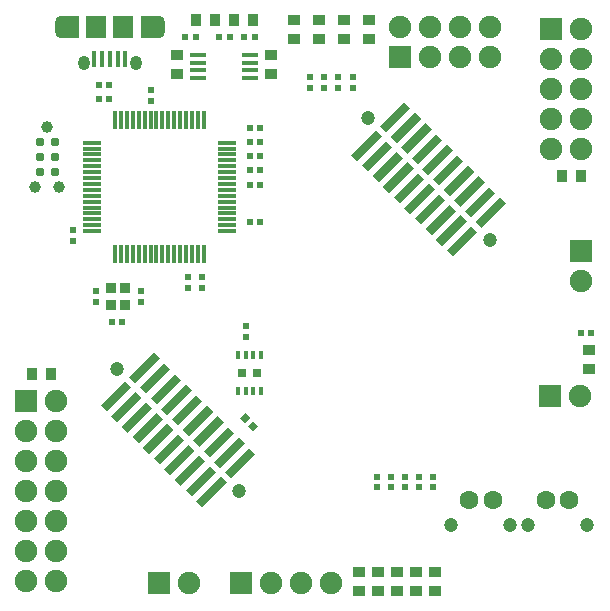
<source format=gts>
G04 #@! TF.FileFunction,Soldermask,Top*
%FSLAX46Y46*%
G04 Gerber Fmt 4.6, Leading zero omitted, Abs format (unit mm)*
G04 Created by KiCad (PCBNEW 4.1.0-alpha+201605071002+6776~44~ubuntu14.04.1-product) date Mon 30 May 2016 00:25:53 BST*
%MOMM*%
%LPD*%
G01*
G04 APERTURE LIST*
%ADD10C,0.100000*%
%ADD11R,1.000000X0.950000*%
%ADD12R,0.620000X0.620000*%
%ADD13R,1.900000X1.900000*%
%ADD14C,1.900000*%
%ADD15R,0.850000X0.950000*%
%ADD16C,0.787000*%
%ADD17C,1.000000*%
%ADD18R,0.400000X1.350000*%
%ADD19O,1.000000X1.250000*%
%ADD20R,1.800000X1.900000*%
%ADD21R,1.575000X1.900000*%
%ADD22O,1.000000X1.900000*%
%ADD23C,1.200000*%
%ADD24C,1.600000*%
%ADD25R,1.450000X0.450000*%
%ADD26R,0.350000X0.650000*%
%ADD27R,0.802000X0.802000*%
%ADD28R,0.300000X1.500000*%
%ADD29R,1.500000X0.300000*%
%ADD30R,0.950000X1.000000*%
G04 APERTURE END LIST*
D10*
D11*
X89286974Y-80404532D03*
X89286974Y-78804532D03*
D12*
X109800000Y-114550000D03*
X109800000Y-115450000D03*
D13*
X94690000Y-123500000D03*
D14*
X97230000Y-123500000D03*
X99770000Y-123500000D03*
X102310000Y-123500000D03*
D13*
X123500000Y-95430000D03*
D14*
X123500000Y-97970000D03*
D13*
X87730000Y-123500000D03*
D14*
X90270000Y-123500000D03*
D13*
X120830000Y-107700000D03*
D14*
X123370000Y-107700000D03*
D15*
X83725000Y-98575000D03*
X83725000Y-100025000D03*
X84875000Y-100025000D03*
X84875000Y-98575000D03*
D12*
X111000000Y-114550000D03*
X111000000Y-115450000D03*
X90000000Y-77300000D03*
X90900000Y-77300000D03*
X94950000Y-77300000D03*
X95850000Y-77300000D03*
X123450000Y-102400000D03*
X124350000Y-102400000D03*
X104150000Y-81600000D03*
X104150000Y-80700000D03*
X102950000Y-81600000D03*
X102950000Y-80700000D03*
X101750000Y-81600000D03*
X101750000Y-80700000D03*
X100550000Y-81600000D03*
X100550000Y-80700000D03*
X95450000Y-89800000D03*
X96350000Y-89800000D03*
X96350000Y-88600000D03*
X95450000Y-88600000D03*
D10*
G36*
X96156604Y-110218198D02*
X95718198Y-110656604D01*
X95279792Y-110218198D01*
X95718198Y-109779792D01*
X96156604Y-110218198D01*
X96156604Y-110218198D01*
G37*
G36*
X95520208Y-109581802D02*
X95081802Y-110020208D01*
X94643396Y-109581802D01*
X95081802Y-109143396D01*
X95520208Y-109581802D01*
X95520208Y-109581802D01*
G37*
D12*
X86200000Y-99750000D03*
X86200000Y-98850000D03*
X87050000Y-81800000D03*
X87050000Y-82700000D03*
X108600000Y-114550000D03*
X108600000Y-115450000D03*
X107400000Y-114550000D03*
X107400000Y-115450000D03*
X106200000Y-114550000D03*
X106200000Y-115450000D03*
D16*
X77660000Y-86230000D03*
X78930000Y-86230000D03*
X77660000Y-87500000D03*
X78930000Y-87500000D03*
X77660000Y-88770000D03*
X78930000Y-88770000D03*
D17*
X78295000Y-84960000D03*
X77279000Y-90040000D03*
X79311000Y-90040000D03*
D13*
X76480000Y-108130000D03*
D14*
X79020000Y-108130000D03*
X76480000Y-110670000D03*
X79020000Y-110670000D03*
X76480000Y-113210000D03*
X79020000Y-113210000D03*
X76480000Y-115750000D03*
X79020000Y-115750000D03*
X76480000Y-118290000D03*
X79020000Y-118290000D03*
X76480000Y-120830000D03*
X79020000Y-120830000D03*
X76480000Y-123370000D03*
X79020000Y-123370000D03*
D13*
X120980000Y-76670000D03*
D14*
X123520000Y-76670000D03*
X120980000Y-79210000D03*
X123520000Y-79210000D03*
X120980000Y-81750000D03*
X123520000Y-81750000D03*
X120980000Y-84290000D03*
X123520000Y-84290000D03*
X120980000Y-86830000D03*
X123520000Y-86830000D03*
D18*
X83600000Y-79175000D03*
X82950000Y-79175000D03*
X84250000Y-79175000D03*
X84900000Y-79175000D03*
X82300000Y-79175000D03*
D19*
X81375000Y-79500000D03*
X85825000Y-79500000D03*
D20*
X82450000Y-76500000D03*
X84750000Y-76500000D03*
D21*
X80212500Y-76500000D03*
D22*
X79425000Y-76500000D03*
D21*
X86987500Y-76500000D03*
D22*
X87775000Y-76500000D03*
D23*
X119000000Y-118600000D03*
X124000000Y-118600000D03*
D24*
X120500000Y-116500000D03*
X122500000Y-116500000D03*
D13*
X108190000Y-79020000D03*
D14*
X108190000Y-76480000D03*
X110730000Y-79020000D03*
X110730000Y-76480000D03*
X113270000Y-79020000D03*
X113270000Y-76480000D03*
X115810000Y-79020000D03*
X115810000Y-76480000D03*
D23*
X112500000Y-118600000D03*
X117500000Y-118600000D03*
D24*
X114000000Y-116500000D03*
X116000000Y-116500000D03*
D23*
X115750050Y-94505780D03*
X105419220Y-84174950D03*
D10*
G36*
X104036827Y-87282684D02*
X106101578Y-85217933D01*
X106624837Y-85741192D01*
X104560086Y-87805943D01*
X104036827Y-87282684D01*
X104036827Y-87282684D01*
G37*
G36*
X106462203Y-84857308D02*
X108526954Y-82792557D01*
X109050213Y-83315816D01*
X106985462Y-85380567D01*
X106462203Y-84857308D01*
X106462203Y-84857308D01*
G37*
G36*
X104934852Y-88180709D02*
X106999603Y-86115958D01*
X107522862Y-86639217D01*
X105458111Y-88703968D01*
X104934852Y-88180709D01*
X104934852Y-88180709D01*
G37*
G36*
X107360228Y-85755333D02*
X109424979Y-83690582D01*
X109948238Y-84213841D01*
X107883487Y-86278592D01*
X107360228Y-85755333D01*
X107360228Y-85755333D01*
G37*
G36*
X105832878Y-89078735D02*
X107897629Y-87013984D01*
X108420888Y-87537243D01*
X106356137Y-89601994D01*
X105832878Y-89078735D01*
X105832878Y-89078735D01*
G37*
G36*
X108258254Y-86653359D02*
X110323005Y-84588608D01*
X110846264Y-85111867D01*
X108781513Y-87176618D01*
X108258254Y-86653359D01*
X108258254Y-86653359D01*
G37*
G36*
X106730903Y-89976761D02*
X108795654Y-87912010D01*
X109318913Y-88435269D01*
X107254162Y-90500020D01*
X106730903Y-89976761D01*
X106730903Y-89976761D01*
G37*
G36*
X109156280Y-87551384D02*
X111221031Y-85486633D01*
X111744290Y-86009892D01*
X109679539Y-88074643D01*
X109156280Y-87551384D01*
X109156280Y-87551384D01*
G37*
G36*
X107628929Y-90874786D02*
X109693680Y-88810035D01*
X110216939Y-89333294D01*
X108152188Y-91398045D01*
X107628929Y-90874786D01*
X107628929Y-90874786D01*
G37*
G36*
X110054305Y-88449410D02*
X112119056Y-86384659D01*
X112642315Y-86907918D01*
X110577564Y-88972669D01*
X110054305Y-88449410D01*
X110054305Y-88449410D01*
G37*
G36*
X108526955Y-91772812D02*
X110591706Y-89708061D01*
X111114965Y-90231320D01*
X109050214Y-92296071D01*
X108526955Y-91772812D01*
X108526955Y-91772812D01*
G37*
G36*
X110952331Y-89347436D02*
X113017082Y-87282685D01*
X113540341Y-87805944D01*
X111475590Y-89870695D01*
X110952331Y-89347436D01*
X110952331Y-89347436D01*
G37*
G36*
X109424980Y-92670838D02*
X111489731Y-90606087D01*
X112012990Y-91129346D01*
X109948239Y-93194097D01*
X109424980Y-92670838D01*
X109424980Y-92670838D01*
G37*
G36*
X111850357Y-90245461D02*
X113915108Y-88180710D01*
X114438367Y-88703969D01*
X112373616Y-90768720D01*
X111850357Y-90245461D01*
X111850357Y-90245461D01*
G37*
G36*
X110323006Y-93568863D02*
X112387757Y-91504112D01*
X112911016Y-92027371D01*
X110846265Y-94092122D01*
X110323006Y-93568863D01*
X110323006Y-93568863D01*
G37*
G36*
X112748382Y-91143487D02*
X114813133Y-89078736D01*
X115336392Y-89601995D01*
X113271641Y-91666746D01*
X112748382Y-91143487D01*
X112748382Y-91143487D01*
G37*
G36*
X111221032Y-94466889D02*
X113285783Y-92402138D01*
X113809042Y-92925397D01*
X111744291Y-94990148D01*
X111221032Y-94466889D01*
X111221032Y-94466889D01*
G37*
G36*
X113646408Y-92041513D02*
X115711159Y-89976762D01*
X116234418Y-90500021D01*
X114169667Y-92564772D01*
X113646408Y-92041513D01*
X113646408Y-92041513D01*
G37*
G36*
X112119057Y-95364914D02*
X114183808Y-93300163D01*
X114707067Y-93823422D01*
X112642316Y-95888173D01*
X112119057Y-95364914D01*
X112119057Y-95364914D01*
G37*
G36*
X114544433Y-92939538D02*
X116609184Y-90874787D01*
X117132443Y-91398046D01*
X115067692Y-93462797D01*
X114544433Y-92939538D01*
X114544433Y-92939538D01*
G37*
D23*
X94536846Y-115718984D03*
X84206016Y-105388154D03*
D10*
G36*
X82823623Y-108495888D02*
X84888374Y-106431137D01*
X85411633Y-106954396D01*
X83346882Y-109019147D01*
X82823623Y-108495888D01*
X82823623Y-108495888D01*
G37*
G36*
X85248999Y-106070512D02*
X87313750Y-104005761D01*
X87837009Y-104529020D01*
X85772258Y-106593771D01*
X85248999Y-106070512D01*
X85248999Y-106070512D01*
G37*
G36*
X83721648Y-109393913D02*
X85786399Y-107329162D01*
X86309658Y-107852421D01*
X84244907Y-109917172D01*
X83721648Y-109393913D01*
X83721648Y-109393913D01*
G37*
G36*
X86147024Y-106968537D02*
X88211775Y-104903786D01*
X88735034Y-105427045D01*
X86670283Y-107491796D01*
X86147024Y-106968537D01*
X86147024Y-106968537D01*
G37*
G36*
X84619674Y-110291939D02*
X86684425Y-108227188D01*
X87207684Y-108750447D01*
X85142933Y-110815198D01*
X84619674Y-110291939D01*
X84619674Y-110291939D01*
G37*
G36*
X87045050Y-107866563D02*
X89109801Y-105801812D01*
X89633060Y-106325071D01*
X87568309Y-108389822D01*
X87045050Y-107866563D01*
X87045050Y-107866563D01*
G37*
G36*
X85517699Y-111189965D02*
X87582450Y-109125214D01*
X88105709Y-109648473D01*
X86040958Y-111713224D01*
X85517699Y-111189965D01*
X85517699Y-111189965D01*
G37*
G36*
X87943076Y-108764588D02*
X90007827Y-106699837D01*
X90531086Y-107223096D01*
X88466335Y-109287847D01*
X87943076Y-108764588D01*
X87943076Y-108764588D01*
G37*
G36*
X86415725Y-112087990D02*
X88480476Y-110023239D01*
X89003735Y-110546498D01*
X86938984Y-112611249D01*
X86415725Y-112087990D01*
X86415725Y-112087990D01*
G37*
G36*
X88841101Y-109662614D02*
X90905852Y-107597863D01*
X91429111Y-108121122D01*
X89364360Y-110185873D01*
X88841101Y-109662614D01*
X88841101Y-109662614D01*
G37*
G36*
X87313751Y-112986016D02*
X89378502Y-110921265D01*
X89901761Y-111444524D01*
X87837010Y-113509275D01*
X87313751Y-112986016D01*
X87313751Y-112986016D01*
G37*
G36*
X89739127Y-110560640D02*
X91803878Y-108495889D01*
X92327137Y-109019148D01*
X90262386Y-111083899D01*
X89739127Y-110560640D01*
X89739127Y-110560640D01*
G37*
G36*
X88211776Y-113884042D02*
X90276527Y-111819291D01*
X90799786Y-112342550D01*
X88735035Y-114407301D01*
X88211776Y-113884042D01*
X88211776Y-113884042D01*
G37*
G36*
X90637153Y-111458665D02*
X92701904Y-109393914D01*
X93225163Y-109917173D01*
X91160412Y-111981924D01*
X90637153Y-111458665D01*
X90637153Y-111458665D01*
G37*
G36*
X89109802Y-114782067D02*
X91174553Y-112717316D01*
X91697812Y-113240575D01*
X89633061Y-115305326D01*
X89109802Y-114782067D01*
X89109802Y-114782067D01*
G37*
G36*
X91535178Y-112356691D02*
X93599929Y-110291940D01*
X94123188Y-110815199D01*
X92058437Y-112879950D01*
X91535178Y-112356691D01*
X91535178Y-112356691D01*
G37*
G36*
X90007828Y-115680093D02*
X92072579Y-113615342D01*
X92595838Y-114138601D01*
X90531087Y-116203352D01*
X90007828Y-115680093D01*
X90007828Y-115680093D01*
G37*
G36*
X92433204Y-113254717D02*
X94497955Y-111189966D01*
X95021214Y-111713225D01*
X92956463Y-113777976D01*
X92433204Y-113254717D01*
X92433204Y-113254717D01*
G37*
G36*
X90905853Y-116578118D02*
X92970604Y-114513367D01*
X93493863Y-115036626D01*
X91429112Y-117101377D01*
X90905853Y-116578118D01*
X90905853Y-116578118D01*
G37*
G36*
X93331229Y-114152742D02*
X95395980Y-112087991D01*
X95919239Y-112611250D01*
X93854488Y-114676001D01*
X93331229Y-114152742D01*
X93331229Y-114152742D01*
G37*
D25*
X95486974Y-80779532D03*
X95486974Y-80129532D03*
X95486974Y-79479532D03*
X95486974Y-78829532D03*
X91086974Y-78829532D03*
X91086974Y-79479532D03*
X91086974Y-80129532D03*
X91086974Y-80779532D03*
D26*
X96400000Y-104200000D03*
X95750000Y-104200000D03*
X95100000Y-104200000D03*
X94450000Y-104200000D03*
X94450000Y-107300000D03*
X95100000Y-107300000D03*
X95750000Y-107300000D03*
X96400000Y-107300000D03*
D27*
X96025000Y-105750000D03*
X94825000Y-105750000D03*
D28*
X84050000Y-95700000D03*
X84550000Y-95700000D03*
X85050000Y-95700000D03*
X85550000Y-95700000D03*
X86050000Y-95700000D03*
X86550000Y-95700000D03*
X87050000Y-95700000D03*
X87550000Y-95700000D03*
X88050000Y-95700000D03*
X88550000Y-95700000D03*
X89050000Y-95700000D03*
X89550000Y-95700000D03*
X90050000Y-95700000D03*
X90550000Y-95700000D03*
X91050000Y-95700000D03*
X91550000Y-95700000D03*
D29*
X93500000Y-93750000D03*
X93500000Y-93250000D03*
X93500000Y-92750000D03*
X93500000Y-92250000D03*
X93500000Y-91750000D03*
X93500000Y-91250000D03*
X93500000Y-90750000D03*
X93500000Y-90250000D03*
X93500000Y-89750000D03*
X93500000Y-89250000D03*
X93500000Y-88750000D03*
X93500000Y-88250000D03*
X93500000Y-87750000D03*
X93500000Y-87250000D03*
X93500000Y-86750000D03*
X93500000Y-86250000D03*
D28*
X91550000Y-84300000D03*
X91050000Y-84300000D03*
X90550000Y-84300000D03*
X90050000Y-84300000D03*
X89550000Y-84300000D03*
X89050000Y-84300000D03*
X88550000Y-84300000D03*
X88050000Y-84300000D03*
X87550000Y-84300000D03*
X87050000Y-84300000D03*
X86550000Y-84300000D03*
X86050000Y-84300000D03*
X85550000Y-84300000D03*
X85050000Y-84300000D03*
X84550000Y-84300000D03*
X84050000Y-84300000D03*
D29*
X82100000Y-86250000D03*
X82100000Y-86750000D03*
X82100000Y-87250000D03*
X82100000Y-87750000D03*
X82100000Y-88250000D03*
X82100000Y-88750000D03*
X82100000Y-89250000D03*
X82100000Y-89750000D03*
X82100000Y-90250000D03*
X82100000Y-90750000D03*
X82100000Y-91250000D03*
X82100000Y-91750000D03*
X82100000Y-92250000D03*
X82100000Y-92750000D03*
X82100000Y-93250000D03*
X82100000Y-93750000D03*
D11*
X111100000Y-124200000D03*
X111100000Y-122600000D03*
D30*
X92500000Y-75900000D03*
X90900000Y-75900000D03*
X94100000Y-75900000D03*
X95700000Y-75900000D03*
D11*
X109500000Y-124200000D03*
X109500000Y-122600000D03*
X124200000Y-105400000D03*
X124200000Y-103800000D03*
X105500000Y-75900000D03*
X105500000Y-77500000D03*
X103400000Y-75900000D03*
X103400000Y-77500000D03*
X101300000Y-75900000D03*
X101300000Y-77500000D03*
X99200000Y-75900000D03*
X99200000Y-77500000D03*
X107900000Y-124200000D03*
X107900000Y-122600000D03*
X106300000Y-124200000D03*
X106300000Y-122600000D03*
X104700000Y-124200000D03*
X104700000Y-122600000D03*
D30*
X123500000Y-89100000D03*
X121900000Y-89100000D03*
X77000000Y-105800000D03*
X78600000Y-105800000D03*
D11*
X97286974Y-80404532D03*
X97286974Y-78804532D03*
D12*
X93750000Y-77300000D03*
X92850000Y-77300000D03*
X95150000Y-102700000D03*
X95150000Y-101800000D03*
X95450000Y-87400000D03*
X96350000Y-87400000D03*
X83550000Y-81400000D03*
X82650000Y-81400000D03*
X90200000Y-98550000D03*
X90200000Y-97650000D03*
X82650000Y-82600000D03*
X83550000Y-82600000D03*
X96350000Y-93000000D03*
X95450000Y-93000000D03*
X91400000Y-98550000D03*
X91400000Y-97650000D03*
X80500000Y-93650000D03*
X80500000Y-94550000D03*
X96350000Y-86200000D03*
X95450000Y-86200000D03*
X96350000Y-85000000D03*
X95450000Y-85000000D03*
X84650000Y-101400000D03*
X83750000Y-101400000D03*
X82400000Y-99750000D03*
X82400000Y-98850000D03*
M02*

</source>
